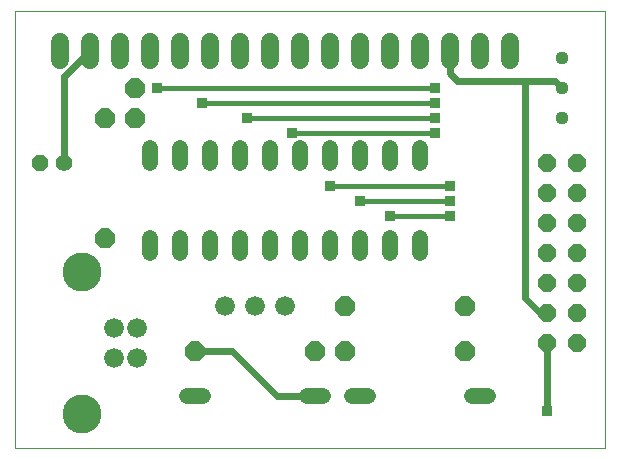
<source format=gtl>
G75*
G70*
%OFA0B0*%
%FSLAX24Y24*%
%IPPOS*%
%LPD*%
%AMOC8*
5,1,8,0,0,1.08239X$1,22.5*
%
%ADD10C,0.0000*%
%ADD11OC8,0.0660*%
%ADD12C,0.0660*%
%ADD13C,0.0520*%
%ADD14OC8,0.0560*%
%ADD15C,0.0560*%
%ADD16C,0.0440*%
%ADD17C,0.1300*%
%ADD18OC8,0.0600*%
%ADD19C,0.0600*%
%ADD20C,0.0240*%
%ADD21C,0.0160*%
%ADD22R,0.0356X0.0356*%
D10*
X001774Y000181D02*
X001774Y014748D01*
X021459Y014748D01*
X021459Y000181D01*
X001774Y000181D01*
D11*
X007774Y003431D03*
X011774Y003431D03*
X012774Y003431D03*
X012774Y004931D03*
X016774Y004931D03*
X016774Y003431D03*
X005774Y011181D03*
X004774Y011181D03*
X005774Y012181D03*
X004774Y007181D03*
D12*
X008774Y004931D03*
X009774Y004931D03*
X010774Y004931D03*
X005854Y004174D03*
X005074Y004174D03*
X005074Y003189D03*
X005854Y003189D03*
D13*
X007514Y001931D02*
X008034Y001931D01*
X011514Y001931D02*
X012034Y001931D01*
X013014Y001931D02*
X013534Y001931D01*
X017014Y001931D02*
X017534Y001931D01*
X015274Y006671D02*
X015274Y007191D01*
X014274Y007191D02*
X014274Y006671D01*
X013274Y006671D02*
X013274Y007191D01*
X012274Y007191D02*
X012274Y006671D01*
X011274Y006671D02*
X011274Y007191D01*
X010274Y007191D02*
X010274Y006671D01*
X009274Y006671D02*
X009274Y007191D01*
X008274Y007191D02*
X008274Y006671D01*
X007274Y006671D02*
X007274Y007191D01*
X006274Y007191D02*
X006274Y006671D01*
X006274Y009671D02*
X006274Y010191D01*
X007274Y010191D02*
X007274Y009671D01*
X008274Y009671D02*
X008274Y010191D01*
X009274Y010191D02*
X009274Y009671D01*
X010274Y009671D02*
X010274Y010191D01*
X011274Y010191D02*
X011274Y009671D01*
X012274Y009671D02*
X012274Y010191D01*
X013274Y010191D02*
X013274Y009671D01*
X014274Y009671D02*
X014274Y010191D01*
X015274Y010191D02*
X015274Y009671D01*
D14*
X002624Y009681D03*
D15*
X003424Y009681D03*
D16*
X020024Y011181D03*
X020024Y012181D03*
X020024Y013181D03*
D17*
X004004Y006051D03*
X004004Y001311D03*
D18*
X019524Y003681D03*
X020524Y003681D03*
X020524Y004681D03*
X019524Y004681D03*
X019524Y005681D03*
X020524Y005681D03*
X020524Y006681D03*
X019524Y006681D03*
X019524Y007681D03*
X020524Y007681D03*
X020524Y008681D03*
X019524Y008681D03*
X019524Y009681D03*
X020524Y009681D03*
D19*
X018274Y013131D02*
X018274Y013731D01*
X017274Y013731D02*
X017274Y013131D01*
X016274Y013131D02*
X016274Y013731D01*
X015274Y013731D02*
X015274Y013131D01*
X014274Y013131D02*
X014274Y013731D01*
X013274Y013731D02*
X013274Y013131D01*
X012274Y013131D02*
X012274Y013731D01*
X011274Y013731D02*
X011274Y013131D01*
X010274Y013131D02*
X010274Y013731D01*
X009274Y013731D02*
X009274Y013131D01*
X008274Y013131D02*
X008274Y013731D01*
X007274Y013731D02*
X007274Y013131D01*
X006274Y013131D02*
X006274Y013731D01*
X005274Y013731D02*
X005274Y013131D01*
X004274Y013131D02*
X004274Y013731D01*
X003274Y013731D02*
X003274Y013131D01*
D20*
X003424Y012581D02*
X004274Y013431D01*
X003424Y012581D02*
X003424Y009681D01*
X007774Y003431D02*
X009024Y003431D01*
X010524Y001931D01*
X011774Y001931D01*
X018774Y005181D02*
X019274Y004681D01*
X019524Y004681D01*
X018774Y005181D02*
X018774Y012431D01*
X019774Y012431D01*
X020024Y012181D01*
X018774Y012431D02*
X016524Y012431D01*
X016274Y012681D01*
X016274Y013431D01*
X019524Y003681D02*
X019524Y001431D01*
D21*
X016274Y007931D02*
X014274Y007931D01*
X013274Y008431D02*
X016274Y008431D01*
X016274Y008931D02*
X012274Y008931D01*
X011024Y010681D02*
X015774Y010681D01*
X015774Y011181D02*
X009524Y011181D01*
X008024Y011681D02*
X015774Y011681D01*
X015774Y012181D02*
X006524Y012181D01*
D22*
X006524Y012181D03*
X008024Y011681D03*
X009524Y011181D03*
X011024Y010681D03*
X012274Y008931D03*
X013274Y008431D03*
X014274Y007931D03*
X016274Y007931D03*
X016274Y008431D03*
X016274Y008931D03*
X015774Y010681D03*
X015774Y011181D03*
X015774Y011681D03*
X015774Y012181D03*
X019524Y001431D03*
M02*

</source>
